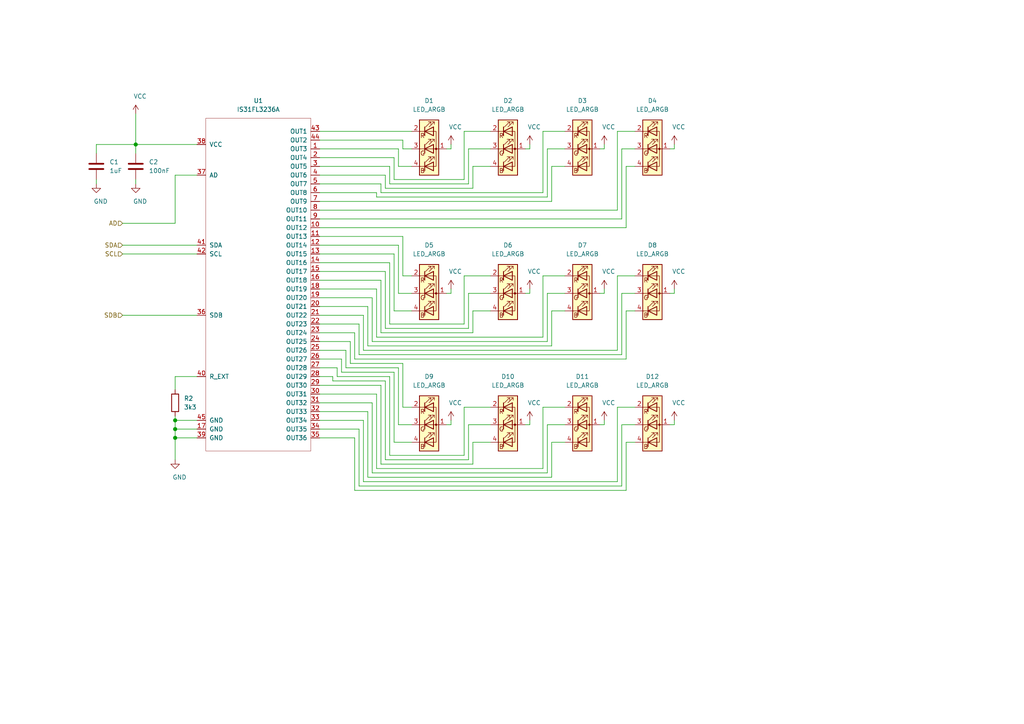
<source format=kicad_sch>
(kicad_sch (version 20200828) (generator eeschema)
  (page 0 5)
  (paper "A4")
  (title_block (title "LED Driver with 12 RGB common anode LEDs") (rev "1.0"))
  (lib_symbols
    (symbol "Device:C" (pin_numbers hide) (pin_names (offset 0.254))
      (property "Reference" "C" (at 0.635 2.54 0))
      (property "Value" "C" (at 0.635 -2.54 0))
      (symbol "C_0_1"
        (polyline (pts (xy -2.032 -0.762) (xy 2.032 -0.762)) (stroke (width 0.508)))
        (polyline (pts (xy -2.032 0.762) (xy 2.032 0.762)) (stroke (width 0.508)))
      )
      (symbol "C_1_1"
        (pin passive line (at 0 3.81 270) (length 2.794) (name "~") (number "1"))
        (pin passive line (at 0 -3.81 90) (length 2.794) (name "~") (number "2"))
      )
    )
    (symbol "Device:LED_ARGB" (pin_names (offset 0) hide)
      (property "Reference" "D" (at 0 9.398 0))
      (property "Value" "LED_ARGB" (at 0 -8.89 0))
      (symbol "LED_ARGB_0_1"
        (circle (center 2.032 0) (radius 0.254) (fill (type outline)))
        (rectangle (start 1.27 -1.27) (end 1.27 1.27))
        (rectangle (start 1.27 1.27) (end 1.27 1.27))
        (rectangle (start 1.27 3.81) (end 1.27 6.35))
        (rectangle (start 1.27 6.35) (end 1.27 6.35))
        (rectangle (start 2.794 8.382) (end -2.794 -7.62) (stroke (width 0.254)) (fill (type background)))
        (polyline (pts (xy -1.27 -5.08) (xy -2.54 -5.08)))
        (polyline (pts (xy -1.27 -5.08) (xy 1.27 -5.08)))
        (polyline (pts (xy -1.27 -3.81) (xy -1.27 -6.35)) (stroke (width 0.254)))
        (polyline (pts (xy -1.27 0) (xy -2.54 0)))
        (polyline (pts (xy -1.27 1.27) (xy -1.27 -1.27)) (stroke (width 0.254)))
        (polyline (pts (xy -1.27 5.08) (xy -2.54 5.08)))
        (polyline (pts (xy -1.27 5.08) (xy 1.27 5.08)))
        (polyline (pts (xy -1.27 6.35) (xy -1.27 3.81)) (stroke (width 0.254)))
        (polyline (pts (xy 1.27 0) (xy -1.27 0)))
        (polyline (pts (xy 1.27 0) (xy 2.54 0)))
        (polyline (pts (xy -1.27 1.27) (xy -1.27 -1.27) (xy -1.27 -1.27)))
        (polyline (pts (xy -1.27 6.35) (xy -1.27 3.81) (xy -1.27 3.81)))
        (polyline (pts (xy 1.27 -5.08) (xy 2.032 -5.08) (xy 2.032 5.08) (xy 1.27 5.08)))
        (polyline (pts (xy 1.27 -3.81) (xy 1.27 -6.35) (xy -1.27 -5.08) (xy 1.27 -3.81)) (stroke (width 0.254)))
        (polyline (pts (xy 1.27 1.27) (xy 1.27 -1.27) (xy -1.27 0) (xy 1.27 1.27)) (stroke (width 0.254)))
        (polyline (pts (xy 1.27 6.35) (xy 1.27 3.81) (xy -1.27 5.08) (xy 1.27 6.35)) (stroke (width 0.254)))
        (polyline (pts (xy -1.016 -3.81) (xy 0.508 -2.286) (xy -0.254 -2.286) (xy 0.508 -2.286) (xy 0.508 -3.048)))
        (polyline (pts (xy -1.016 1.27) (xy 0.508 2.794) (xy -0.254 2.794) (xy 0.508 2.794) (xy 0.508 2.032)))
        (polyline (pts (xy -1.016 6.35) (xy 0.508 7.874) (xy -0.254 7.874) (xy 0.508 7.874) (xy 0.508 7.112)))
        (polyline (pts (xy 0 -3.81) (xy 1.524 -2.286) (xy 0.762 -2.286) (xy 1.524 -2.286) (xy 1.524 -3.048)))
        (polyline (pts (xy 0 1.27) (xy 1.524 2.794) (xy 0.762 2.794) (xy 1.524 2.794) (xy 1.524 2.032)))
        (polyline (pts (xy 0 6.35) (xy 1.524 7.874) (xy 0.762 7.874) (xy 1.524 7.874) (xy 1.524 7.112)))
      )
      (symbol "LED_ARGB_0_0"
        (text "B" (at -1.905 -6.35 0) (effects (font (size 1.27 1.27))))
        (text "G" (at -1.905 -1.27 0) (effects (font (size 1.27 1.27))))
        (text "R" (at -1.905 3.81 0) (effects (font (size 1.27 1.27))))
      )
      (symbol "LED_ARGB_1_1"
        (pin passive line (at 5.08 0 180) (length 2.54) (name "A") (number "1"))
        (pin passive line (at -5.08 5.08 0) (length 2.54) (name "RK") (number "2"))
        (pin passive line (at -5.08 0 0) (length 2.54) (name "GK") (number "3"))
        (pin passive line (at -5.08 -5.08 0) (length 2.54) (name "BK") (number "4"))
      )
    )
    (symbol "Device:R" (pin_numbers hide) (pin_names (offset 0))
      (property "Reference" "R" (at 2.032 0 90))
      (property "Value" "R" (at 0 0 90))
      (symbol "R_0_1"
        (rectangle (start -1.016 -2.54) (end 1.016 2.54) (stroke (width 0.254)))
      )
      (symbol "R_1_1"
        (pin passive line (at 0 3.81 270) (length 1.27) (name "~") (number "1"))
        (pin passive line (at 0 -3.81 90) (length 1.27) (name "~") (number "2"))
      )
    )
    (symbol "is31fl3236a:IS31FL3236A" (pin_names (offset 1.016))
      (property "Reference" "U" (at 0 -1.27 0))
      (property "Value" "IS31FL3236A" (at 0 1.27 0))
      (symbol "IS31FL3236A_0_1"
        (rectangle (start 15.24 48.26) (end -15.24 -48.26) (stroke (width 0.0006)))
      )
      (symbol "IS31FL3236A_1_1"
        (pin output line (at 17.78 39.37 180) (length 2.54) (name "OUT3") (number "1"))
        (pin output line (at 17.78 36.83 180) (length 2.54) (name "OUT4") (number "2"))
        (pin output line (at 17.78 34.29 180) (length 2.54) (name "OUT5") (number "3"))
        (pin output line (at 17.78 31.75 180) (length 2.54) (name "OUT6") (number "4"))
        (pin output line (at 17.78 29.21 180) (length 2.54) (name "OUT7") (number "5"))
        (pin output line (at 17.78 26.67 180) (length 2.54) (name "OUT8") (number "6"))
        (pin output line (at 17.78 24.13 180) (length 2.54) (name "OUT9") (number "7"))
        (pin output line (at 17.78 21.59 180) (length 2.54) (name "OUT10") (number "8"))
        (pin output line (at 17.78 19.05 180) (length 2.54) (name "OUT11") (number "9"))
        (pin output line (at 17.78 16.51 180) (length 2.54) (name "OUT12") (number "10"))
        (pin output line (at 17.78 13.97 180) (length 2.54) (name "OUT13") (number "11"))
        (pin output line (at 17.78 11.43 180) (length 2.54) (name "OUT14") (number "12"))
        (pin output line (at 17.78 8.89 180) (length 2.54) (name "OUT15") (number "13"))
        (pin output line (at 17.78 6.35 180) (length 2.54) (name "OUT16") (number "14"))
        (pin output line (at 17.78 3.81 180) (length 2.54) (name "OUT17") (number "15"))
        (pin output line (at 17.78 1.27 180) (length 2.54) (name "OUT18") (number "16"))
        (pin output line (at 17.78 41.91 180) (length 2.54) (name "OUT2") (number "44"))
        (pin output line (at 17.78 44.45 180) (length 2.54) (name "OUT1") (number "43"))
        (pin output line (at 17.78 -6.35 180) (length 2.54) (name "OUT21") (number "20"))
        (pin output line (at 17.78 -8.89 180) (length 2.54) (name "OUT22") (number "21"))
        (pin output line (at 17.78 -11.43 180) (length 2.54) (name "OUT23") (number "22"))
        (pin output line (at 17.78 -13.97 180) (length 2.54) (name "OUT24") (number "23"))
        (pin output line (at 17.78 -16.51 180) (length 2.54) (name "OUT25") (number "24"))
        (pin output line (at 17.78 -19.05 180) (length 2.54) (name "OUT26") (number "25"))
        (pin output line (at 17.78 -21.59 180) (length 2.54) (name "OUT27") (number "26"))
        (pin output line (at 17.78 -24.13 180) (length 2.54) (name "OUT28") (number "27"))
        (pin output line (at 17.78 -26.67 180) (length 2.54) (name "OUT29") (number "28"))
        (pin output line (at 17.78 -29.21 180) (length 2.54) (name "OUT30") (number "29"))
        (pin output line (at 17.78 -31.75 180) (length 2.54) (name "OUT31") (number "30"))
        (pin output line (at 17.78 -34.29 180) (length 2.54) (name "OUT32") (number "31"))
        (pin output line (at 17.78 -36.83 180) (length 2.54) (name "OUT33") (number "32"))
        (pin output line (at 17.78 -39.37 180) (length 2.54) (name "OUT34") (number "33"))
        (pin output line (at 17.78 -41.91 180) (length 2.54) (name "OUT35") (number "34"))
        (pin output line (at 17.78 -44.45 180) (length 2.54) (name "OUT36") (number "35"))
        (pin output line (at 17.78 -3.81 180) (length 2.54) (name "OUT20") (number "19"))
        (pin output line (at 17.78 -1.27 180) (length 2.54) (name "OUT19") (number "18"))
        (pin power_in line (at -17.78 40.64 0) (length 2.54) (name "VCC") (number "38"))
        (pin input line (at -17.78 31.75 0) (length 2.54) (name "AD") (number "37"))
        (pin bidirectional line (at -17.78 11.43 0) (length 2.54) (name "SDA") (number "41"))
        (pin input line (at -17.78 8.89 0) (length 2.54) (name "SCL") (number "42"))
        (pin input line (at -17.78 -8.89 0) (length 2.54) (name "SDB") (number "36"))
        (pin input line (at -17.78 -26.67 0) (length 2.54) (name "R_EXT") (number "40"))
        (pin passive line (at -17.78 -41.91 0) (length 2.54) (name "GND") (number "17"))
        (pin passive line (at -17.78 -44.45 0) (length 2.54) (name "GND") (number "39"))
        (pin passive line (at -17.78 -39.37 0) (length 2.54) (name "GND") (number "45"))
      )
    )
    (symbol "power:GND" (power) (pin_names (offset 0))
      (property "Value" "GND" (at 0 -3.81 0))
      (symbol "GND_0_1"
        (polyline (pts (xy 0 0) (xy 0 -1.27) (xy 1.27 -1.27) (xy 0 -2.54) (xy -1.27 -1.27) (xy 0 -1.27)))
      )
      (symbol "GND_1_1"
        (pin power_in line (at 0 0 270) (length 0) hide (name "GND") (number "1"))
      )
    )
    (symbol "power:VCC" (power) (pin_names (offset 0))
      (property "Value" "VCC" (at 0 3.81 0))
      (symbol "VCC_0_1"
        (polyline (pts (xy -0.762 1.27) (xy 0 2.54)))
        (polyline (pts (xy 0 0) (xy 0 2.54)))
        (polyline (pts (xy 0 2.54) (xy 0.762 1.27)))
      )
      (symbol "VCC_1_1"
        (pin power_in line (at 0 0 90) (length 0) hide (name "VCC") (number "1"))
      )
    )
  )
  (junction (at 39.37 41.91) (diameter 1.016))
  (junction (at 50.8 121.92) (diameter 1.016))
  (junction (at 50.8 124.46) (diameter 1.016))
  (junction (at 50.8 127) (diameter 1.016))
  (wire (pts (xy 27.94 41.91) (xy 39.37 41.91)))
  (wire (pts (xy 27.94 44.45) (xy 27.94 41.91)))
  (wire (pts (xy 27.94 52.07) (xy 27.94 53.34)))
  (wire (pts (xy 35.56 64.77) (xy 50.8 64.77)))
  (wire (pts (xy 35.56 71.12) (xy 57.15 71.12)))
  (wire (pts (xy 35.56 73.66) (xy 57.15 73.66)))
  (wire (pts (xy 35.56 91.44) (xy 57.15 91.44)))
  (wire (pts (xy 39.37 41.91) (xy 39.37 33.02)))
  (wire (pts (xy 39.37 41.91) (xy 39.37 44.45)))
  (wire (pts (xy 39.37 52.07) (xy 39.37 53.34)))
  (wire (pts (xy 50.8 50.8) (xy 50.8 64.77)))
  (wire (pts (xy 50.8 50.8) (xy 57.15 50.8)))
  (wire (pts (xy 50.8 109.22) (xy 50.8 113.03)))
  (wire (pts (xy 50.8 120.65) (xy 50.8 121.92)))
  (wire (pts (xy 50.8 121.92) (xy 50.8 124.46)))
  (wire (pts (xy 50.8 121.92) (xy 57.15 121.92)))
  (wire (pts (xy 50.8 124.46) (xy 50.8 127)))
  (wire (pts (xy 50.8 124.46) (xy 57.15 124.46)))
  (wire (pts (xy 50.8 127) (xy 50.8 133.35)))
  (wire (pts (xy 50.8 127) (xy 57.15 127)))
  (wire (pts (xy 57.15 41.91) (xy 39.37 41.91)))
  (wire (pts (xy 57.15 109.22) (xy 50.8 109.22)))
  (wire (pts (xy 92.71 38.1) (xy 119.38 38.1)))
  (wire (pts (xy 92.71 40.64) (xy 116.84 40.64)))
  (wire (pts (xy 92.71 43.18) (xy 115.57 43.18)))
  (wire (pts (xy 92.71 45.72) (xy 114.3 45.72)))
  (wire (pts (xy 92.71 48.26) (xy 113.03 48.26)))
  (wire (pts (xy 92.71 50.8) (xy 111.76 50.8)))
  (wire (pts (xy 92.71 53.34) (xy 110.49 53.34)))
  (wire (pts (xy 92.71 55.88) (xy 109.22 55.88)))
  (wire (pts (xy 92.71 58.42) (xy 160.02 58.42)))
  (wire (pts (xy 92.71 60.96) (xy 179.07 60.96)))
  (wire (pts (xy 92.71 63.5) (xy 180.34 63.5)))
  (wire (pts (xy 92.71 66.04) (xy 181.61 66.04)))
  (wire (pts (xy 92.71 68.58) (xy 116.84 68.58)))
  (wire (pts (xy 92.71 71.12) (xy 115.57 71.12)))
  (wire (pts (xy 92.71 73.66) (xy 114.3 73.66)))
  (wire (pts (xy 92.71 76.2) (xy 113.03 76.2)))
  (wire (pts (xy 92.71 78.74) (xy 111.76 78.74)))
  (wire (pts (xy 92.71 81.28) (xy 110.49 81.28)))
  (wire (pts (xy 92.71 83.82) (xy 109.22 83.82)))
  (wire (pts (xy 92.71 86.36) (xy 107.95 86.36)))
  (wire (pts (xy 92.71 88.9) (xy 106.68 88.9)))
  (wire (pts (xy 92.71 91.44) (xy 105.41 91.44)))
  (wire (pts (xy 92.71 93.98) (xy 104.14 93.98)))
  (wire (pts (xy 92.71 96.52) (xy 102.87 96.52)))
  (wire (pts (xy 92.71 99.06) (xy 101.6 99.06)))
  (wire (pts (xy 92.71 101.6) (xy 100.33 101.6)))
  (wire (pts (xy 92.71 104.14) (xy 99.06 104.14)))
  (wire (pts (xy 92.71 106.68) (xy 97.79 106.68)))
  (wire (pts (xy 92.71 109.22) (xy 96.52 109.22)))
  (wire (pts (xy 92.71 111.76) (xy 110.49 111.76)))
  (wire (pts (xy 92.71 114.3) (xy 109.22 114.3)))
  (wire (pts (xy 92.71 116.84) (xy 107.95 116.84)))
  (wire (pts (xy 92.71 119.38) (xy 106.68 119.38)))
  (wire (pts (xy 92.71 121.92) (xy 105.41 121.92)))
  (wire (pts (xy 92.71 124.46) (xy 104.14 124.46)))
  (wire (pts (xy 92.71 127) (xy 102.87 127)))
  (wire (pts (xy 96.52 109.22) (xy 96.52 110.49)))
  (wire (pts (xy 96.52 110.49) (xy 111.76 110.49)))
  (wire (pts (xy 97.79 106.68) (xy 97.79 109.22)))
  (wire (pts (xy 97.79 109.22) (xy 113.03 109.22)))
  (wire (pts (xy 99.06 104.14) (xy 99.06 107.95)))
  (wire (pts (xy 99.06 107.95) (xy 114.3 107.95)))
  (wire (pts (xy 100.33 101.6) (xy 100.33 106.68)))
  (wire (pts (xy 100.33 106.68) (xy 115.57 106.68)))
  (wire (pts (xy 101.6 99.06) (xy 101.6 105.41)))
  (wire (pts (xy 101.6 105.41) (xy 116.84 105.41)))
  (wire (pts (xy 102.87 96.52) (xy 102.87 104.14)))
  (wire (pts (xy 102.87 104.14) (xy 181.61 104.14)))
  (wire (pts (xy 102.87 127) (xy 102.87 142.24)))
  (wire (pts (xy 102.87 142.24) (xy 181.61 142.24)))
  (wire (pts (xy 104.14 93.98) (xy 104.14 102.87)))
  (wire (pts (xy 104.14 102.87) (xy 180.34 102.87)))
  (wire (pts (xy 104.14 124.46) (xy 104.14 140.97)))
  (wire (pts (xy 104.14 140.97) (xy 180.34 140.97)))
  (wire (pts (xy 105.41 91.44) (xy 105.41 101.6)))
  (wire (pts (xy 105.41 101.6) (xy 179.07 101.6)))
  (wire (pts (xy 105.41 121.92) (xy 105.41 139.7)))
  (wire (pts (xy 105.41 139.7) (xy 179.07 139.7)))
  (wire (pts (xy 106.68 88.9) (xy 106.68 100.33)))
  (wire (pts (xy 106.68 100.33) (xy 160.02 100.33)))
  (wire (pts (xy 106.68 119.38) (xy 106.68 138.43)))
  (wire (pts (xy 106.68 138.43) (xy 160.02 138.43)))
  (wire (pts (xy 107.95 86.36) (xy 107.95 99.06)))
  (wire (pts (xy 107.95 99.06) (xy 158.75 99.06)))
  (wire (pts (xy 107.95 116.84) (xy 107.95 137.16)))
  (wire (pts (xy 107.95 137.16) (xy 158.75 137.16)))
  (wire (pts (xy 109.22 55.88) (xy 109.22 57.15)))
  (wire (pts (xy 109.22 57.15) (xy 158.75 57.15)))
  (wire (pts (xy 109.22 83.82) (xy 109.22 97.79)))
  (wire (pts (xy 109.22 97.79) (xy 157.48 97.79)))
  (wire (pts (xy 109.22 114.3) (xy 109.22 135.89)))
  (wire (pts (xy 109.22 135.89) (xy 157.48 135.89)))
  (wire (pts (xy 110.49 53.34) (xy 110.49 55.88)))
  (wire (pts (xy 110.49 55.88) (xy 157.48 55.88)))
  (wire (pts (xy 110.49 81.28) (xy 110.49 96.52)))
  (wire (pts (xy 110.49 96.52) (xy 137.16 96.52)))
  (wire (pts (xy 110.49 111.76) (xy 110.49 134.62)))
  (wire (pts (xy 110.49 134.62) (xy 137.16 134.62)))
  (wire (pts (xy 111.76 50.8) (xy 111.76 54.61)))
  (wire (pts (xy 111.76 54.61) (xy 137.16 54.61)))
  (wire (pts (xy 111.76 78.74) (xy 111.76 95.25)))
  (wire (pts (xy 111.76 95.25) (xy 135.89 95.25)))
  (wire (pts (xy 111.76 110.49) (xy 111.76 133.35)))
  (wire (pts (xy 111.76 133.35) (xy 135.89 133.35)))
  (wire (pts (xy 113.03 48.26) (xy 113.03 53.34)))
  (wire (pts (xy 113.03 53.34) (xy 135.89 53.34)))
  (wire (pts (xy 113.03 76.2) (xy 113.03 93.98)))
  (wire (pts (xy 113.03 93.98) (xy 134.62 93.98)))
  (wire (pts (xy 113.03 109.22) (xy 113.03 132.08)))
  (wire (pts (xy 113.03 132.08) (xy 134.62 132.08)))
  (wire (pts (xy 114.3 45.72) (xy 114.3 52.07)))
  (wire (pts (xy 114.3 52.07) (xy 134.62 52.07)))
  (wire (pts (xy 114.3 73.66) (xy 114.3 90.17)))
  (wire (pts (xy 114.3 90.17) (xy 119.38 90.17)))
  (wire (pts (xy 114.3 107.95) (xy 114.3 128.27)))
  (wire (pts (xy 114.3 128.27) (xy 119.38 128.27)))
  (wire (pts (xy 115.57 43.18) (xy 115.57 48.26)))
  (wire (pts (xy 115.57 48.26) (xy 119.38 48.26)))
  (wire (pts (xy 115.57 71.12) (xy 115.57 85.09)))
  (wire (pts (xy 115.57 85.09) (xy 119.38 85.09)))
  (wire (pts (xy 115.57 106.68) (xy 115.57 123.19)))
  (wire (pts (xy 115.57 123.19) (xy 119.38 123.19)))
  (wire (pts (xy 116.84 40.64) (xy 116.84 43.18)))
  (wire (pts (xy 116.84 43.18) (xy 119.38 43.18)))
  (wire (pts (xy 116.84 68.58) (xy 116.84 80.01)))
  (wire (pts (xy 116.84 80.01) (xy 119.38 80.01)))
  (wire (pts (xy 116.84 105.41) (xy 116.84 118.11)))
  (wire (pts (xy 116.84 118.11) (xy 119.38 118.11)))
  (wire (pts (xy 130.81 41.91) (xy 130.81 43.18)))
  (wire (pts (xy 130.81 43.18) (xy 129.54 43.18)))
  (wire (pts (xy 130.81 83.82) (xy 130.81 85.09)))
  (wire (pts (xy 130.81 85.09) (xy 129.54 85.09)))
  (wire (pts (xy 130.81 121.92) (xy 130.81 123.19)))
  (wire (pts (xy 130.81 123.19) (xy 129.54 123.19)))
  (wire (pts (xy 134.62 38.1) (xy 142.24 38.1)))
  (wire (pts (xy 134.62 52.07) (xy 134.62 38.1)))
  (wire (pts (xy 134.62 80.01) (xy 142.24 80.01)))
  (wire (pts (xy 134.62 93.98) (xy 134.62 80.01)))
  (wire (pts (xy 134.62 118.11) (xy 142.24 118.11)))
  (wire (pts (xy 134.62 132.08) (xy 134.62 118.11)))
  (wire (pts (xy 135.89 43.18) (xy 142.24 43.18)))
  (wire (pts (xy 135.89 53.34) (xy 135.89 43.18)))
  (wire (pts (xy 135.89 85.09) (xy 142.24 85.09)))
  (wire (pts (xy 135.89 95.25) (xy 135.89 85.09)))
  (wire (pts (xy 135.89 123.19) (xy 142.24 123.19)))
  (wire (pts (xy 135.89 133.35) (xy 135.89 123.19)))
  (wire (pts (xy 137.16 48.26) (xy 142.24 48.26)))
  (wire (pts (xy 137.16 54.61) (xy 137.16 48.26)))
  (wire (pts (xy 137.16 90.17) (xy 142.24 90.17)))
  (wire (pts (xy 137.16 96.52) (xy 137.16 90.17)))
  (wire (pts (xy 137.16 128.27) (xy 142.24 128.27)))
  (wire (pts (xy 137.16 134.62) (xy 137.16 128.27)))
  (wire (pts (xy 153.67 41.91) (xy 153.67 43.18)))
  (wire (pts (xy 153.67 43.18) (xy 152.4 43.18)))
  (wire (pts (xy 153.67 83.82) (xy 153.67 85.09)))
  (wire (pts (xy 153.67 85.09) (xy 152.4 85.09)))
  (wire (pts (xy 153.67 121.92) (xy 153.67 123.19)))
  (wire (pts (xy 153.67 123.19) (xy 152.4 123.19)))
  (wire (pts (xy 157.48 38.1) (xy 163.83 38.1)))
  (wire (pts (xy 157.48 55.88) (xy 157.48 38.1)))
  (wire (pts (xy 157.48 80.01) (xy 163.83 80.01)))
  (wire (pts (xy 157.48 97.79) (xy 157.48 80.01)))
  (wire (pts (xy 157.48 118.11) (xy 163.83 118.11)))
  (wire (pts (xy 157.48 135.89) (xy 157.48 118.11)))
  (wire (pts (xy 158.75 43.18) (xy 163.83 43.18)))
  (wire (pts (xy 158.75 57.15) (xy 158.75 43.18)))
  (wire (pts (xy 158.75 85.09) (xy 163.83 85.09)))
  (wire (pts (xy 158.75 99.06) (xy 158.75 85.09)))
  (wire (pts (xy 158.75 123.19) (xy 163.83 123.19)))
  (wire (pts (xy 158.75 137.16) (xy 158.75 123.19)))
  (wire (pts (xy 160.02 48.26) (xy 163.83 48.26)))
  (wire (pts (xy 160.02 58.42) (xy 160.02 48.26)))
  (wire (pts (xy 160.02 90.17) (xy 163.83 90.17)))
  (wire (pts (xy 160.02 100.33) (xy 160.02 90.17)))
  (wire (pts (xy 160.02 128.27) (xy 163.83 128.27)))
  (wire (pts (xy 160.02 138.43) (xy 160.02 128.27)))
  (wire (pts (xy 175.26 41.91) (xy 175.26 43.18)))
  (wire (pts (xy 175.26 43.18) (xy 173.99 43.18)))
  (wire (pts (xy 175.26 83.82) (xy 175.26 85.09)))
  (wire (pts (xy 175.26 85.09) (xy 173.99 85.09)))
  (wire (pts (xy 175.26 121.92) (xy 175.26 123.19)))
  (wire (pts (xy 175.26 123.19) (xy 173.99 123.19)))
  (wire (pts (xy 179.07 38.1) (xy 184.15 38.1)))
  (wire (pts (xy 179.07 60.96) (xy 179.07 38.1)))
  (wire (pts (xy 179.07 80.01) (xy 184.15 80.01)))
  (wire (pts (xy 179.07 101.6) (xy 179.07 80.01)))
  (wire (pts (xy 179.07 118.11) (xy 184.15 118.11)))
  (wire (pts (xy 179.07 139.7) (xy 179.07 118.11)))
  (wire (pts (xy 180.34 43.18) (xy 184.15 43.18)))
  (wire (pts (xy 180.34 63.5) (xy 180.34 43.18)))
  (wire (pts (xy 180.34 85.09) (xy 184.15 85.09)))
  (wire (pts (xy 180.34 102.87) (xy 180.34 85.09)))
  (wire (pts (xy 180.34 123.19) (xy 184.15 123.19)))
  (wire (pts (xy 180.34 140.97) (xy 180.34 123.19)))
  (wire (pts (xy 181.61 48.26) (xy 184.15 48.26)))
  (wire (pts (xy 181.61 66.04) (xy 181.61 48.26)))
  (wire (pts (xy 181.61 90.17) (xy 184.15 90.17)))
  (wire (pts (xy 181.61 104.14) (xy 181.61 90.17)))
  (wire (pts (xy 181.61 128.27) (xy 184.15 128.27)))
  (wire (pts (xy 181.61 142.24) (xy 181.61 128.27)))
  (wire (pts (xy 195.58 41.91) (xy 195.58 43.18)))
  (wire (pts (xy 195.58 43.18) (xy 194.31 43.18)))
  (wire (pts (xy 195.58 83.82) (xy 195.58 85.09)))
  (wire (pts (xy 195.58 85.09) (xy 194.31 85.09)))
  (wire (pts (xy 195.58 121.92) (xy 195.58 123.19)))
  (wire (pts (xy 195.58 123.19) (xy 194.31 123.19)))
  (hierarchical_label "AD" (shape input) (at 35.56 64.77 180))
  (hierarchical_label "SDA" (shape input) (at 35.56 71.12 180))
  (hierarchical_label "SCL" (shape input) (at 35.56 73.66 180))
  (hierarchical_label "SDB" (shape input) (at 35.56 91.44 180))
  (symbol (lib_id "power:VCC") (at 39.37 33.02 0)
    (property "Reference" "#PWR06" (effects hide))
    (property "Value" "VCC" (at 40.64 27.94 0))
  )
  (symbol (lib_id "power:VCC") (at 130.81 41.91 0)
    (property "Reference" "#PWR07" (effects hide))
    (property "Value" "VCC" (at 132.08 36.83 0))
  )
  (symbol (lib_id "power:VCC") (at 130.81 83.82 0)
    (property "Reference" "#PWR013" (effects hide))
    (property "Value" "VCC" (at 132.08 78.74 0))
  )
  (symbol (lib_id "power:VCC") (at 130.81 121.92 0)
    (property "Reference" "#PWR018" (effects hide))
    (property "Value" "VCC" (at 132.08 116.84 0))
  )
  (symbol (lib_id "power:VCC") (at 153.67 41.91 0)
    (property "Reference" "#PWR08" (effects hide))
    (property "Value" "VCC" (at 154.94 36.83 0))
  )
  (symbol (lib_id "power:VCC") (at 153.67 83.82 0)
    (property "Reference" "#PWR014" (effects hide))
    (property "Value" "VCC" (at 154.94 78.74 0))
  )
  (symbol (lib_id "power:VCC") (at 153.67 121.92 0)
    (property "Reference" "#PWR019" (effects hide))
    (property "Value" "VCC" (at 154.94 116.84 0))
  )
  (symbol (lib_id "power:VCC") (at 175.26 41.91 0)
    (property "Reference" "#PWR09" (effects hide))
    (property "Value" "VCC" (at 176.53 36.83 0))
  )
  (symbol (lib_id "power:VCC") (at 175.26 83.82 0)
    (property "Reference" "#PWR015" (effects hide))
    (property "Value" "VCC" (at 176.53 78.74 0))
  )
  (symbol (lib_id "power:VCC") (at 175.26 121.92 0)
    (property "Reference" "#PWR020" (effects hide))
    (property "Value" "VCC" (at 176.53 116.84 0))
  )
  (symbol (lib_id "power:VCC") (at 195.58 41.91 0)
    (property "Reference" "#PWR010" (effects hide))
    (property "Value" "VCC" (at 196.85 36.83 0))
  )
  (symbol (lib_id "power:VCC") (at 195.58 83.82 0)
    (property "Reference" "#PWR016" (effects hide))
    (property "Value" "VCC" (at 196.85 78.74 0))
  )
  (symbol (lib_id "power:VCC") (at 195.58 121.92 0)
    (property "Reference" "#PWR021" (effects hide))
    (property "Value" "VCC" (at 196.85 116.84 0))
  )
  (symbol (lib_id "power:GND") (at 27.94 53.34 0)
    (property "Reference" "#PWR011" (effects hide))
    (property "Value" "GND" (at 29.21 58.42 0))
  )
  (symbol (lib_id "power:GND") (at 39.37 53.34 0)
    (property "Reference" "#PWR012" (effects hide))
    (property "Value" "GND" (at 40.64 58.42 0))
  )
  (symbol (lib_id "power:GND") (at 50.8 133.35 0)
    (property "Reference" "#PWR022" (effects hide))
    (property "Value" "GND" (at 52.07 138.43 0))
  )
  (symbol (lib_id "Device:R") (at 50.8 116.84 0)
    (property "Reference" "R2" (at 53.34 115.57 0) (effects (justify left)))
    (property "Value" "3k3" (at 53.34 118.11 0) (effects (justify left)))
    (property "Footprint" "Resistor_SMD:R_0603_1608Metric" (effects hide))
  )
  (symbol (lib_id "Device:C") (at 27.94 48.26 0)
    (property "Reference" "C1" (at 31.75 46.99 0) (effects (justify left)))
    (property "Value" "1uF" (at 31.75 49.53 0) (effects (justify left)))
    (property "Footprint" "Capacitor_SMD:C_0603_1608Metric" (effects hide))
  )
  (symbol (lib_id "Device:C") (at 39.37 48.26 0)
    (property "Reference" "C2" (at 43.18 46.99 0) (effects (justify left)))
    (property "Value" "100nF" (at 43.18 49.53 0) (effects (justify left)))
    (property "Footprint" "Capacitor_SMD:C_0603_1608Metric" (effects hide))
  )
  (symbol (lib_id "Device:LED_ARGB") (at 124.46 43.18 0)
    (property "Reference" "D1" (at 124.46 29.21 0))
    (property "Value" "LED_ARGB" (at 124.46 31.75 0))
    (property "Footprint" "Opto:ARGB-1x1mm" (effects hide))
  )
  (symbol (lib_id "Device:LED_ARGB") (at 124.46 85.09 0)
    (property "Reference" "D5" (at 124.46 71.12 0))
    (property "Value" "LED_ARGB" (at 124.46 73.66 0))
    (property "Footprint" "Opto:ARGB-1x1mm" (effects hide))
  )
  (symbol (lib_id "Device:LED_ARGB") (at 124.46 123.19 0)
    (property "Reference" "D9" (at 124.46 109.22 0))
    (property "Value" "LED_ARGB" (at 124.46 111.76 0))
    (property "Footprint" "Opto:ARGB-1x1mm" (effects hide))
  )
  (symbol (lib_id "Device:LED_ARGB") (at 147.32 43.18 0)
    (property "Reference" "D2" (at 147.32 29.21 0))
    (property "Value" "LED_ARGB" (at 147.32 31.75 0))
    (property "Footprint" "Opto:ARGB-1x1mm" (effects hide))
  )
  (symbol (lib_id "Device:LED_ARGB") (at 147.32 85.09 0)
    (property "Reference" "D6" (at 147.32 71.12 0))
    (property "Value" "LED_ARGB" (at 147.32 73.66 0))
    (property "Footprint" "Opto:ARGB-1x1mm" (effects hide))
  )
  (symbol (lib_id "Device:LED_ARGB") (at 147.32 123.19 0)
    (property "Reference" "D10" (at 147.32 109.22 0))
    (property "Value" "LED_ARGB" (at 147.32 111.76 0))
    (property "Footprint" "Opto:ARGB-1x1mm" (effects hide))
  )
  (symbol (lib_id "Device:LED_ARGB") (at 168.91 43.18 0)
    (property "Reference" "D3" (at 168.91 29.21 0))
    (property "Value" "LED_ARGB" (at 168.91 31.75 0))
    (property "Footprint" "Opto:ARGB-1x1mm" (effects hide))
  )
  (symbol (lib_id "Device:LED_ARGB") (at 168.91 85.09 0)
    (property "Reference" "D7" (at 168.91 71.12 0))
    (property "Value" "LED_ARGB" (at 168.91 73.66 0))
    (property "Footprint" "Opto:ARGB-1x1mm" (effects hide))
  )
  (symbol (lib_id "Device:LED_ARGB") (at 168.91 123.19 0)
    (property "Reference" "D11" (at 168.91 109.22 0))
    (property "Value" "LED_ARGB" (at 168.91 111.76 0))
    (property "Footprint" "Opto:ARGB-1x1mm" (effects hide))
  )
  (symbol (lib_id "Device:LED_ARGB") (at 189.23 43.18 0)
    (property "Reference" "D4" (at 189.23 29.21 0))
    (property "Value" "LED_ARGB" (at 189.23 31.75 0))
    (property "Footprint" "Opto:ARGB-1x1mm" (effects hide))
  )
  (symbol (lib_id "Device:LED_ARGB") (at 189.23 85.09 0)
    (property "Reference" "D8" (at 189.23 71.12 0))
    (property "Value" "LED_ARGB" (at 189.23 73.66 0))
    (property "Footprint" "Opto:ARGB-1x1mm" (effects hide))
  )
  (symbol (lib_id "Device:LED_ARGB") (at 189.23 123.19 0)
    (property "Reference" "D12" (at 189.23 109.22 0))
    (property "Value" "LED_ARGB" (at 189.23 111.76 0))
    (property "Footprint" "Opto:ARGB-1x1mm" (effects hide))
  )
  (symbol (lib_id "is31fl3236a:IS31FL3236A") (at 74.93 82.55 0)
    (property "Reference" "U1" (at 74.93 29.21 0))
    (property "Value" "IS31FL3236A" (at 74.93 31.75 0))
    (property "Footprint" "SMD_Semiconductors:QFN-44_EP_5x5_Pitch0.4mm" (effects hide))
  )
)
</source>
